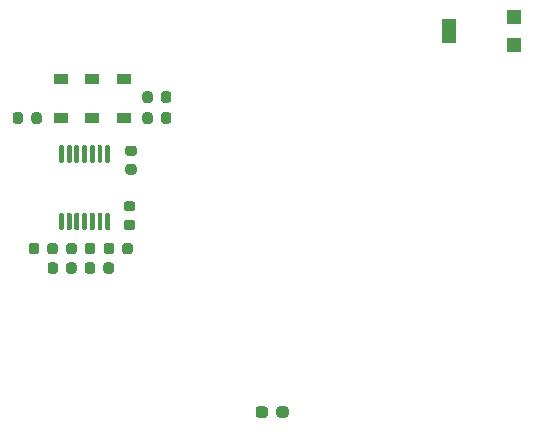
<source format=gbr>
G04 #@! TF.GenerationSoftware,KiCad,Pcbnew,(5.1.6)-1*
G04 #@! TF.CreationDate,2021-02-02T01:52:48+01:00*
G04 #@! TF.ProjectId,Thermolino2,54686572-6d6f-46c6-996e-6f322e6b6963,C*
G04 #@! TF.SameCoordinates,Original*
G04 #@! TF.FileFunction,Paste,Top*
G04 #@! TF.FilePolarity,Positive*
%FSLAX46Y46*%
G04 Gerber Fmt 4.6, Leading zero omitted, Abs format (unit mm)*
G04 Created by KiCad (PCBNEW (5.1.6)-1) date 2021-02-02 01:52:48*
%MOMM*%
%LPD*%
G01*
G04 APERTURE LIST*
%ADD10R,1.200000X0.900000*%
%ADD11R,1.300000X1.300000*%
%ADD12R,1.300000X2.000000*%
G04 APERTURE END LIST*
G36*
G01*
X144904750Y-99537000D02*
X145417250Y-99537000D01*
G75*
G02*
X145636000Y-99755750I0J-218750D01*
G01*
X145636000Y-100193250D01*
G75*
G02*
X145417250Y-100412000I-218750J0D01*
G01*
X144904750Y-100412000D01*
G75*
G02*
X144686000Y-100193250I0J218750D01*
G01*
X144686000Y-99755750D01*
G75*
G02*
X144904750Y-99537000I218750J0D01*
G01*
G37*
G36*
G01*
X144904750Y-97962000D02*
X145417250Y-97962000D01*
G75*
G02*
X145636000Y-98180750I0J-218750D01*
G01*
X145636000Y-98618250D01*
G75*
G02*
X145417250Y-98837000I-218750J0D01*
G01*
X144904750Y-98837000D01*
G75*
G02*
X144686000Y-98618250I0J218750D01*
G01*
X144686000Y-98180750D01*
G75*
G02*
X144904750Y-97962000I218750J0D01*
G01*
G37*
G36*
G01*
X136722500Y-95887250D02*
X136722500Y-95374750D01*
G75*
G02*
X136941250Y-95156000I218750J0D01*
G01*
X137378750Y-95156000D01*
G75*
G02*
X137597500Y-95374750I0J-218750D01*
G01*
X137597500Y-95887250D01*
G75*
G02*
X137378750Y-96106000I-218750J0D01*
G01*
X136941250Y-96106000D01*
G75*
G02*
X136722500Y-95887250I0J218750D01*
G01*
G37*
G36*
G01*
X135147500Y-95887250D02*
X135147500Y-95374750D01*
G75*
G02*
X135366250Y-95156000I218750J0D01*
G01*
X135803750Y-95156000D01*
G75*
G02*
X136022500Y-95374750I0J-218750D01*
G01*
X136022500Y-95887250D01*
G75*
G02*
X135803750Y-96106000I-218750J0D01*
G01*
X135366250Y-96106000D01*
G75*
G02*
X135147500Y-95887250I0J218750D01*
G01*
G37*
G36*
G01*
X146995500Y-93596750D02*
X146995500Y-94109250D01*
G75*
G02*
X146776750Y-94328000I-218750J0D01*
G01*
X146339250Y-94328000D01*
G75*
G02*
X146120500Y-94109250I0J218750D01*
G01*
X146120500Y-93596750D01*
G75*
G02*
X146339250Y-93378000I218750J0D01*
G01*
X146776750Y-93378000D01*
G75*
G02*
X146995500Y-93596750I0J-218750D01*
G01*
G37*
G36*
G01*
X148570500Y-93596750D02*
X148570500Y-94109250D01*
G75*
G02*
X148351750Y-94328000I-218750J0D01*
G01*
X147914250Y-94328000D01*
G75*
G02*
X147695500Y-94109250I0J218750D01*
G01*
X147695500Y-93596750D01*
G75*
G02*
X147914250Y-93378000I218750J0D01*
G01*
X148351750Y-93378000D01*
G75*
G02*
X148570500Y-93596750I0J-218750D01*
G01*
G37*
G36*
G01*
X146995500Y-95374750D02*
X146995500Y-95887250D01*
G75*
G02*
X146776750Y-96106000I-218750J0D01*
G01*
X146339250Y-96106000D01*
G75*
G02*
X146120500Y-95887250I0J218750D01*
G01*
X146120500Y-95374750D01*
G75*
G02*
X146339250Y-95156000I218750J0D01*
G01*
X146776750Y-95156000D01*
G75*
G02*
X146995500Y-95374750I0J-218750D01*
G01*
G37*
G36*
G01*
X148570500Y-95374750D02*
X148570500Y-95887250D01*
G75*
G02*
X148351750Y-96106000I-218750J0D01*
G01*
X147914250Y-96106000D01*
G75*
G02*
X147695500Y-95887250I0J218750D01*
G01*
X147695500Y-95374750D01*
G75*
G02*
X147914250Y-95156000I218750J0D01*
G01*
X148351750Y-95156000D01*
G75*
G02*
X148570500Y-95374750I0J-218750D01*
G01*
G37*
G36*
G01*
X138974000Y-108074750D02*
X138974000Y-108587250D01*
G75*
G02*
X138755250Y-108806000I-218750J0D01*
G01*
X138317750Y-108806000D01*
G75*
G02*
X138099000Y-108587250I0J218750D01*
G01*
X138099000Y-108074750D01*
G75*
G02*
X138317750Y-107856000I218750J0D01*
G01*
X138755250Y-107856000D01*
G75*
G02*
X138974000Y-108074750I0J-218750D01*
G01*
G37*
G36*
G01*
X140549000Y-108074750D02*
X140549000Y-108587250D01*
G75*
G02*
X140330250Y-108806000I-218750J0D01*
G01*
X139892750Y-108806000D01*
G75*
G02*
X139674000Y-108587250I0J218750D01*
G01*
X139674000Y-108074750D01*
G75*
G02*
X139892750Y-107856000I218750J0D01*
G01*
X140330250Y-107856000D01*
G75*
G02*
X140549000Y-108074750I0J-218750D01*
G01*
G37*
G36*
G01*
X142824000Y-108587250D02*
X142824000Y-108074750D01*
G75*
G02*
X143042750Y-107856000I218750J0D01*
G01*
X143480250Y-107856000D01*
G75*
G02*
X143699000Y-108074750I0J-218750D01*
G01*
X143699000Y-108587250D01*
G75*
G02*
X143480250Y-108806000I-218750J0D01*
G01*
X143042750Y-108806000D01*
G75*
G02*
X142824000Y-108587250I0J218750D01*
G01*
G37*
G36*
G01*
X141249000Y-108587250D02*
X141249000Y-108074750D01*
G75*
G02*
X141467750Y-107856000I218750J0D01*
G01*
X141905250Y-107856000D01*
G75*
G02*
X142124000Y-108074750I0J-218750D01*
G01*
X142124000Y-108587250D01*
G75*
G02*
X141905250Y-108806000I-218750J0D01*
G01*
X141467750Y-108806000D01*
G75*
G02*
X141249000Y-108587250I0J218750D01*
G01*
G37*
G36*
G01*
X145290250Y-103536000D02*
X144777750Y-103536000D01*
G75*
G02*
X144559000Y-103317250I0J218750D01*
G01*
X144559000Y-102879750D01*
G75*
G02*
X144777750Y-102661000I218750J0D01*
G01*
X145290250Y-102661000D01*
G75*
G02*
X145509000Y-102879750I0J-218750D01*
G01*
X145509000Y-103317250D01*
G75*
G02*
X145290250Y-103536000I-218750J0D01*
G01*
G37*
G36*
G01*
X145290250Y-105111000D02*
X144777750Y-105111000D01*
G75*
G02*
X144559000Y-104892250I0J218750D01*
G01*
X144559000Y-104454750D01*
G75*
G02*
X144777750Y-104236000I218750J0D01*
G01*
X145290250Y-104236000D01*
G75*
G02*
X145509000Y-104454750I0J-218750D01*
G01*
X145509000Y-104892250D01*
G75*
G02*
X145290250Y-105111000I-218750J0D01*
G01*
G37*
G36*
G01*
X137381500Y-106423750D02*
X137381500Y-106936250D01*
G75*
G02*
X137162750Y-107155000I-218750J0D01*
G01*
X136725250Y-107155000D01*
G75*
G02*
X136506500Y-106936250I0J218750D01*
G01*
X136506500Y-106423750D01*
G75*
G02*
X136725250Y-106205000I218750J0D01*
G01*
X137162750Y-106205000D01*
G75*
G02*
X137381500Y-106423750I0J-218750D01*
G01*
G37*
G36*
G01*
X138956500Y-106423750D02*
X138956500Y-106936250D01*
G75*
G02*
X138737750Y-107155000I-218750J0D01*
G01*
X138300250Y-107155000D01*
G75*
G02*
X138081500Y-106936250I0J218750D01*
G01*
X138081500Y-106423750D01*
G75*
G02*
X138300250Y-106205000I218750J0D01*
G01*
X138737750Y-106205000D01*
G75*
G02*
X138956500Y-106423750I0J-218750D01*
G01*
G37*
G36*
G01*
X140549000Y-106423750D02*
X140549000Y-106936250D01*
G75*
G02*
X140330250Y-107155000I-218750J0D01*
G01*
X139892750Y-107155000D01*
G75*
G02*
X139674000Y-106936250I0J218750D01*
G01*
X139674000Y-106423750D01*
G75*
G02*
X139892750Y-106205000I218750J0D01*
G01*
X140330250Y-106205000D01*
G75*
G02*
X140549000Y-106423750I0J-218750D01*
G01*
G37*
G36*
G01*
X142124000Y-106423750D02*
X142124000Y-106936250D01*
G75*
G02*
X141905250Y-107155000I-218750J0D01*
G01*
X141467750Y-107155000D01*
G75*
G02*
X141249000Y-106936250I0J218750D01*
G01*
X141249000Y-106423750D01*
G75*
G02*
X141467750Y-106205000I218750J0D01*
G01*
X141905250Y-106205000D01*
G75*
G02*
X142124000Y-106423750I0J-218750D01*
G01*
G37*
G36*
G01*
X143731500Y-106423750D02*
X143731500Y-106936250D01*
G75*
G02*
X143512750Y-107155000I-218750J0D01*
G01*
X143075250Y-107155000D01*
G75*
G02*
X142856500Y-106936250I0J218750D01*
G01*
X142856500Y-106423750D01*
G75*
G02*
X143075250Y-106205000I218750J0D01*
G01*
X143512750Y-106205000D01*
G75*
G02*
X143731500Y-106423750I0J-218750D01*
G01*
G37*
G36*
G01*
X145306500Y-106423750D02*
X145306500Y-106936250D01*
G75*
G02*
X145087750Y-107155000I-218750J0D01*
G01*
X144650250Y-107155000D01*
G75*
G02*
X144431500Y-106936250I0J218750D01*
G01*
X144431500Y-106423750D01*
G75*
G02*
X144650250Y-106205000I218750J0D01*
G01*
X145087750Y-106205000D01*
G75*
G02*
X145306500Y-106423750I0J-218750D01*
G01*
G37*
G36*
G01*
X139374000Y-99406500D02*
X139174000Y-99406500D01*
G75*
G02*
X139074000Y-99306500I0J100000D01*
G01*
X139074000Y-98031500D01*
G75*
G02*
X139174000Y-97931500I100000J0D01*
G01*
X139374000Y-97931500D01*
G75*
G02*
X139474000Y-98031500I0J-100000D01*
G01*
X139474000Y-99306500D01*
G75*
G02*
X139374000Y-99406500I-100000J0D01*
G01*
G37*
G36*
G01*
X140024000Y-99406500D02*
X139824000Y-99406500D01*
G75*
G02*
X139724000Y-99306500I0J100000D01*
G01*
X139724000Y-98031500D01*
G75*
G02*
X139824000Y-97931500I100000J0D01*
G01*
X140024000Y-97931500D01*
G75*
G02*
X140124000Y-98031500I0J-100000D01*
G01*
X140124000Y-99306500D01*
G75*
G02*
X140024000Y-99406500I-100000J0D01*
G01*
G37*
G36*
G01*
X140674000Y-99406500D02*
X140474000Y-99406500D01*
G75*
G02*
X140374000Y-99306500I0J100000D01*
G01*
X140374000Y-98031500D01*
G75*
G02*
X140474000Y-97931500I100000J0D01*
G01*
X140674000Y-97931500D01*
G75*
G02*
X140774000Y-98031500I0J-100000D01*
G01*
X140774000Y-99306500D01*
G75*
G02*
X140674000Y-99406500I-100000J0D01*
G01*
G37*
G36*
G01*
X141324000Y-99406500D02*
X141124000Y-99406500D01*
G75*
G02*
X141024000Y-99306500I0J100000D01*
G01*
X141024000Y-98031500D01*
G75*
G02*
X141124000Y-97931500I100000J0D01*
G01*
X141324000Y-97931500D01*
G75*
G02*
X141424000Y-98031500I0J-100000D01*
G01*
X141424000Y-99306500D01*
G75*
G02*
X141324000Y-99406500I-100000J0D01*
G01*
G37*
G36*
G01*
X141974000Y-99406500D02*
X141774000Y-99406500D01*
G75*
G02*
X141674000Y-99306500I0J100000D01*
G01*
X141674000Y-98031500D01*
G75*
G02*
X141774000Y-97931500I100000J0D01*
G01*
X141974000Y-97931500D01*
G75*
G02*
X142074000Y-98031500I0J-100000D01*
G01*
X142074000Y-99306500D01*
G75*
G02*
X141974000Y-99406500I-100000J0D01*
G01*
G37*
G36*
G01*
X142624000Y-99406500D02*
X142424000Y-99406500D01*
G75*
G02*
X142324000Y-99306500I0J100000D01*
G01*
X142324000Y-98031500D01*
G75*
G02*
X142424000Y-97931500I100000J0D01*
G01*
X142624000Y-97931500D01*
G75*
G02*
X142724000Y-98031500I0J-100000D01*
G01*
X142724000Y-99306500D01*
G75*
G02*
X142624000Y-99406500I-100000J0D01*
G01*
G37*
G36*
G01*
X143274000Y-99406500D02*
X143074000Y-99406500D01*
G75*
G02*
X142974000Y-99306500I0J100000D01*
G01*
X142974000Y-98031500D01*
G75*
G02*
X143074000Y-97931500I100000J0D01*
G01*
X143274000Y-97931500D01*
G75*
G02*
X143374000Y-98031500I0J-100000D01*
G01*
X143374000Y-99306500D01*
G75*
G02*
X143274000Y-99406500I-100000J0D01*
G01*
G37*
G36*
G01*
X143274000Y-105131500D02*
X143074000Y-105131500D01*
G75*
G02*
X142974000Y-105031500I0J100000D01*
G01*
X142974000Y-103756500D01*
G75*
G02*
X143074000Y-103656500I100000J0D01*
G01*
X143274000Y-103656500D01*
G75*
G02*
X143374000Y-103756500I0J-100000D01*
G01*
X143374000Y-105031500D01*
G75*
G02*
X143274000Y-105131500I-100000J0D01*
G01*
G37*
G36*
G01*
X142624000Y-105131500D02*
X142424000Y-105131500D01*
G75*
G02*
X142324000Y-105031500I0J100000D01*
G01*
X142324000Y-103756500D01*
G75*
G02*
X142424000Y-103656500I100000J0D01*
G01*
X142624000Y-103656500D01*
G75*
G02*
X142724000Y-103756500I0J-100000D01*
G01*
X142724000Y-105031500D01*
G75*
G02*
X142624000Y-105131500I-100000J0D01*
G01*
G37*
G36*
G01*
X141974000Y-105131500D02*
X141774000Y-105131500D01*
G75*
G02*
X141674000Y-105031500I0J100000D01*
G01*
X141674000Y-103756500D01*
G75*
G02*
X141774000Y-103656500I100000J0D01*
G01*
X141974000Y-103656500D01*
G75*
G02*
X142074000Y-103756500I0J-100000D01*
G01*
X142074000Y-105031500D01*
G75*
G02*
X141974000Y-105131500I-100000J0D01*
G01*
G37*
G36*
G01*
X141324000Y-105131500D02*
X141124000Y-105131500D01*
G75*
G02*
X141024000Y-105031500I0J100000D01*
G01*
X141024000Y-103756500D01*
G75*
G02*
X141124000Y-103656500I100000J0D01*
G01*
X141324000Y-103656500D01*
G75*
G02*
X141424000Y-103756500I0J-100000D01*
G01*
X141424000Y-105031500D01*
G75*
G02*
X141324000Y-105131500I-100000J0D01*
G01*
G37*
G36*
G01*
X140674000Y-105131500D02*
X140474000Y-105131500D01*
G75*
G02*
X140374000Y-105031500I0J100000D01*
G01*
X140374000Y-103756500D01*
G75*
G02*
X140474000Y-103656500I100000J0D01*
G01*
X140674000Y-103656500D01*
G75*
G02*
X140774000Y-103756500I0J-100000D01*
G01*
X140774000Y-105031500D01*
G75*
G02*
X140674000Y-105131500I-100000J0D01*
G01*
G37*
G36*
G01*
X140024000Y-105131500D02*
X139824000Y-105131500D01*
G75*
G02*
X139724000Y-105031500I0J100000D01*
G01*
X139724000Y-103756500D01*
G75*
G02*
X139824000Y-103656500I100000J0D01*
G01*
X140024000Y-103656500D01*
G75*
G02*
X140124000Y-103756500I0J-100000D01*
G01*
X140124000Y-105031500D01*
G75*
G02*
X140024000Y-105131500I-100000J0D01*
G01*
G37*
G36*
G01*
X139374000Y-105131500D02*
X139174000Y-105131500D01*
G75*
G02*
X139074000Y-105031500I0J100000D01*
G01*
X139074000Y-103756500D01*
G75*
G02*
X139174000Y-103656500I100000J0D01*
G01*
X139374000Y-103656500D01*
G75*
G02*
X139474000Y-103756500I0J-100000D01*
G01*
X139474000Y-105031500D01*
G75*
G02*
X139374000Y-105131500I-100000J0D01*
G01*
G37*
D10*
X144526000Y-95630000D03*
X144526000Y-92330000D03*
X139192000Y-95630000D03*
X139192000Y-92330000D03*
X141859000Y-95630000D03*
X141859000Y-92330000D03*
D11*
X177625000Y-89415000D03*
X177625000Y-87115000D03*
D12*
X172125000Y-88265000D03*
G36*
G01*
X155713000Y-120760500D02*
X155713000Y-120285500D01*
G75*
G02*
X155950500Y-120048000I237500J0D01*
G01*
X156525500Y-120048000D01*
G75*
G02*
X156763000Y-120285500I0J-237500D01*
G01*
X156763000Y-120760500D01*
G75*
G02*
X156525500Y-120998000I-237500J0D01*
G01*
X155950500Y-120998000D01*
G75*
G02*
X155713000Y-120760500I0J237500D01*
G01*
G37*
G36*
G01*
X157463000Y-120760500D02*
X157463000Y-120285500D01*
G75*
G02*
X157700500Y-120048000I237500J0D01*
G01*
X158275500Y-120048000D01*
G75*
G02*
X158513000Y-120285500I0J-237500D01*
G01*
X158513000Y-120760500D01*
G75*
G02*
X158275500Y-120998000I-237500J0D01*
G01*
X157700500Y-120998000D01*
G75*
G02*
X157463000Y-120760500I0J237500D01*
G01*
G37*
M02*

</source>
